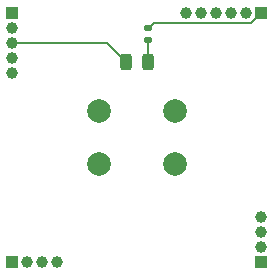
<source format=gtl>
%TF.GenerationSoftware,KiCad,Pcbnew,9.0.5-1.fc42*%
%TF.CreationDate,2025-12-02T21:58:09+01:00*%
%TF.ProjectId,Block-Simple-Switch,426c6f63-6b2d-4536-996d-706c652d5377,rev?*%
%TF.SameCoordinates,Original*%
%TF.FileFunction,Copper,L1,Top*%
%TF.FilePolarity,Positive*%
%FSLAX46Y46*%
G04 Gerber Fmt 4.6, Leading zero omitted, Abs format (unit mm)*
G04 Created by KiCad (PCBNEW 9.0.5-1.fc42) date 2025-12-02 21:58:09*
%MOMM*%
%LPD*%
G01*
G04 APERTURE LIST*
G04 Aperture macros list*
%AMRoundRect*
0 Rectangle with rounded corners*
0 $1 Rounding radius*
0 $2 $3 $4 $5 $6 $7 $8 $9 X,Y pos of 4 corners*
0 Add a 4 corners polygon primitive as box body*
4,1,4,$2,$3,$4,$5,$6,$7,$8,$9,$2,$3,0*
0 Add four circle primitives for the rounded corners*
1,1,$1+$1,$2,$3*
1,1,$1+$1,$4,$5*
1,1,$1+$1,$6,$7*
1,1,$1+$1,$8,$9*
0 Add four rect primitives between the rounded corners*
20,1,$1+$1,$2,$3,$4,$5,0*
20,1,$1+$1,$4,$5,$6,$7,0*
20,1,$1+$1,$6,$7,$8,$9,0*
20,1,$1+$1,$8,$9,$2,$3,0*%
G04 Aperture macros list end*
%TA.AperFunction,SMDPad,CuDef*%
%ADD10RoundRect,0.243750X-0.243750X-0.456250X0.243750X-0.456250X0.243750X0.456250X-0.243750X0.456250X0*%
%TD*%
%TA.AperFunction,ComponentPad*%
%ADD11R,1.000000X1.000000*%
%TD*%
%TA.AperFunction,ComponentPad*%
%ADD12C,1.000000*%
%TD*%
%TA.AperFunction,SMDPad,CuDef*%
%ADD13RoundRect,0.135000X-0.185000X0.135000X-0.185000X-0.135000X0.185000X-0.135000X0.185000X0.135000X0*%
%TD*%
%TA.AperFunction,ComponentPad*%
%ADD14C,2.000000*%
%TD*%
%TA.AperFunction,Conductor*%
%ADD15C,0.200000*%
%TD*%
G04 APERTURE END LIST*
D10*
%TO.P,D1,1,K*%
%TO.N,GND*%
X138147500Y-107289600D03*
%TO.P,D1,2,A*%
%TO.N,Net-(D1-A)*%
X140022500Y-107289600D03*
%TD*%
D11*
%TO.P,J1,1,Pin_1*%
%TO.N,/+3.3V Digital*%
X128525000Y-103125000D03*
D12*
%TO.P,J1,2,Pin_2*%
%TO.N,/AREF*%
X128525000Y-104395000D03*
%TO.P,J1,3,Pin_3*%
%TO.N,GND*%
X128525000Y-105665000D03*
%TO.P,J1,4,Pin_4*%
%TO.N,/SlotBus.Data*%
X128525000Y-106935000D03*
%TO.P,J1,5,Pin_5*%
%TO.N,/SlotBus.Clock*%
X128525000Y-108205000D03*
%TD*%
D11*
%TO.P,J2,1,Pin_1*%
%TO.N,/Addr0*%
X149605000Y-124205000D03*
D12*
%TO.P,J2,2,Pin_2*%
%TO.N,/Addr1*%
X149605000Y-122935000D03*
%TO.P,J2,3,Pin_3*%
%TO.N,/Addr2*%
X149605000Y-121665000D03*
%TO.P,J2,4,Pin_4*%
%TO.N,/Addr3*%
X149605000Y-120395000D03*
%TD*%
D11*
%TO.P,J3,1,Pin_1*%
%TO.N,/LED*%
X149605000Y-103125000D03*
D12*
%TO.P,J3,2,Pin_2*%
%TO.N,/C*%
X148335000Y-103125000D03*
%TO.P,J3,3,Pin_3*%
%TO.N,/B*%
X147065000Y-103125000D03*
%TO.P,J3,4,Pin_4*%
%TO.N,/A*%
X145795000Y-103125000D03*
%TO.P,J3,5,Pin_5*%
%TO.N,/A1*%
X144525000Y-103125000D03*
%TO.P,J3,6,Pin_6*%
%TO.N,/A0*%
X143255000Y-103125000D03*
%TD*%
D11*
%TO.P,J4,1,Pin_1*%
%TO.N,/Typ0*%
X128525000Y-124205000D03*
D12*
%TO.P,J4,2,Pin_2*%
%TO.N,/Typ1*%
X129795000Y-124205000D03*
%TO.P,J4,3,Pin_3*%
%TO.N,/Typ2*%
X131065000Y-124205000D03*
%TO.P,J4,4,Pin_4*%
%TO.N,/Typ3*%
X132335000Y-124205000D03*
%TD*%
D13*
%TO.P,R2,1*%
%TO.N,/LED*%
X140022500Y-104442800D03*
%TO.P,R2,2*%
%TO.N,Net-(D1-A)*%
X140022500Y-105462800D03*
%TD*%
D14*
%TO.P,SW1,1,1*%
%TO.N,Net-(R1-Pad2)*%
X135815000Y-111415000D03*
X142315000Y-111415000D03*
%TO.P,SW1,2,2*%
%TO.N,/A*%
X135815000Y-115915000D03*
X142315000Y-115915000D03*
%TD*%
D15*
%TO.N,/LED*%
X140022500Y-104442800D02*
X140477700Y-103987600D01*
X140477700Y-103987600D02*
X148742400Y-103987600D01*
X148742400Y-103987600D02*
X149605000Y-103125000D01*
%TO.N,GND*%
X138147500Y-107289600D02*
X136522900Y-105665000D01*
X136522900Y-105665000D02*
X128525000Y-105665000D01*
%TO.N,Net-(D1-A)*%
X140022500Y-105462800D02*
X140022500Y-107289600D01*
%TD*%
M02*

</source>
